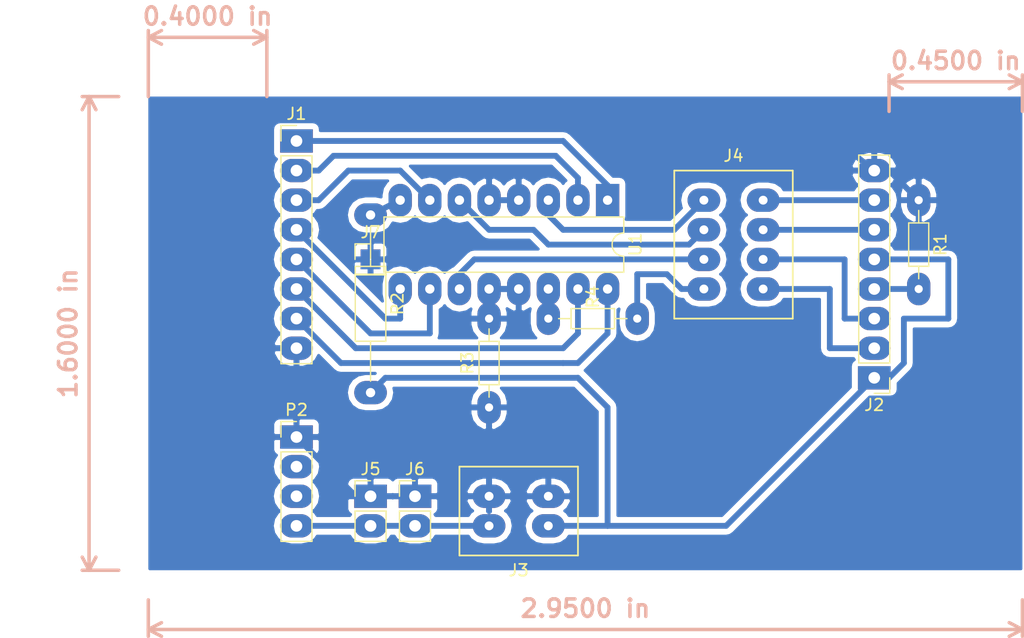
<source format=kicad_pcb>
(kicad_pcb (version 4) (host pcbnew 4.0.6-e0-6349~53~ubuntu14.04.1)

  (general
    (links 43)
    (no_connects 8)
    (area 0 0 0 0)
    (thickness 1.6)
    (drawings 4)
    (tracks 91)
    (zones 0)
    (modules 13)
    (nets 19)
  )

  (page A4)
  (layers
    (0 F.Cu signal)
    (31 B.Cu signal)
    (32 B.Adhes user)
    (33 F.Adhes user)
    (34 B.Paste user)
    (35 F.Paste user)
    (36 B.SilkS user)
    (37 F.SilkS user)
    (38 B.Mask user)
    (39 F.Mask user)
    (40 Dwgs.User user)
    (41 Cmts.User user)
    (42 Eco1.User user)
    (43 Eco2.User user)
    (44 Edge.Cuts user)
    (45 Margin user)
    (46 B.CrtYd user)
    (47 F.CrtYd user)
    (48 B.Fab user)
    (49 F.Fab user)
  )

  (setup
    (last_trace_width 0.5)
    (trace_clearance 0.2)
    (zone_clearance 0.508)
    (zone_45_only yes)
    (trace_min 0.2)
    (segment_width 0.2)
    (edge_width 0.15)
    (via_size 0.6)
    (via_drill 0.4)
    (via_min_size 0.4)
    (via_min_drill 0.3)
    (uvia_size 0.3)
    (uvia_drill 0.1)
    (uvias_allowed no)
    (uvia_min_size 0.2)
    (uvia_min_drill 0.1)
    (pcb_text_width 0.3)
    (pcb_text_size 1.5 1.5)
    (mod_edge_width 0.15)
    (mod_text_size 1 1)
    (mod_text_width 0.15)
    (pad_size 2.8 2)
    (pad_drill 0.7)
    (pad_to_mask_clearance 0.2)
    (aux_axis_origin 0 0)
    (visible_elements FFFFFF7F)
    (pcbplotparams
      (layerselection 0x00030_80000001)
      (usegerberextensions false)
      (excludeedgelayer true)
      (linewidth 0.100000)
      (plotframeref false)
      (viasonmask false)
      (mode 1)
      (useauxorigin false)
      (hpglpennumber 1)
      (hpglpenspeed 20)
      (hpglpendiameter 15)
      (hpglpenoverlay 2)
      (psnegative false)
      (psa4output false)
      (plotreference true)
      (plotvalue true)
      (plotinvisibletext false)
      (padsonsilk false)
      (subtractmaskfromsilk false)
      (outputformat 1)
      (mirror false)
      (drillshape 1)
      (scaleselection 1)
      (outputdirectory ""))
  )

  (net 0 "")
  (net 1 "Net-(P2-Pad2)")
  (net 2 "Net-(P2-Pad3)")
  (net 3 "Net-(J1-Pad1)")
  (net 4 "Net-(J1-Pad2)")
  (net 5 "Net-(J1-Pad3)")
  (net 6 "Net-(J1-Pad4)")
  (net 7 "Net-(J1-Pad5)")
  (net 8 "Net-(J1-Pad6)")
  (net 9 "Net-(J1-Pad7)")
  (net 10 "Net-(J1-Pad8)")
  (net 11 "Net-(J2-Pad1)")
  (net 12 "Net-(J2-Pad7)")
  (net 13 "Net-(J2-Pad2)")
  (net 14 "Net-(J2-Pad6)")
  (net 15 "Net-(J2-Pad3)")
  (net 16 "Net-(J2-Pad4)")
  (net 17 "Net-(R2-Pad1)")
  (net 18 "Net-(R4-Pad1)")

  (net_class Default "Dies ist die voreingestellte Netzklasse."
    (clearance 0.2)
    (trace_width 0.5)
    (via_dia 0.6)
    (via_drill 0.4)
    (uvia_dia 0.3)
    (uvia_drill 0.1)
    (add_net "Net-(J1-Pad1)")
    (add_net "Net-(J1-Pad2)")
    (add_net "Net-(J1-Pad3)")
    (add_net "Net-(J1-Pad4)")
    (add_net "Net-(J1-Pad5)")
    (add_net "Net-(J1-Pad6)")
    (add_net "Net-(J1-Pad7)")
    (add_net "Net-(J1-Pad8)")
    (add_net "Net-(J2-Pad1)")
    (add_net "Net-(J2-Pad2)")
    (add_net "Net-(J2-Pad3)")
    (add_net "Net-(J2-Pad4)")
    (add_net "Net-(J2-Pad6)")
    (add_net "Net-(J2-Pad7)")
    (add_net "Net-(P2-Pad2)")
    (add_net "Net-(P2-Pad3)")
    (add_net "Net-(R2-Pad1)")
    (add_net "Net-(R4-Pad1)")
  )

  (module wago:WAGO-233-2 (layer F.Cu) (tedit 58D25636) (tstamp 58D25904)
    (at 53.34 58.42)
    (path /58D23149)
    (fp_text reference J3 (at 0 3.81) (layer F.SilkS)
      (effects (font (size 1 1) (thickness 0.15)))
    )
    (fp_text value CONN_01X02 (at 0 -6.35) (layer F.Fab)
      (effects (font (size 1 1) (thickness 0.15)))
    )
    (fp_line (start 1.016 -1.016) (end 6.096 -1.016) (layer F.Fab) (width 0.15))
    (fp_line (start 6.096 -1.016) (end 6.096 1.016) (layer F.Fab) (width 0.15))
    (fp_line (start 6.096 1.016) (end 1.016 1.016) (layer F.Fab) (width 0.15))
    (fp_line (start 1.016 -3.556) (end 6.096 -3.556) (layer F.Fab) (width 0.15))
    (fp_line (start 6.096 -3.556) (end 6.096 -1.524) (layer F.Fab) (width 0.15))
    (fp_line (start 6.096 -1.524) (end 1.016 -1.524) (layer F.Fab) (width 0.15))
    (fp_line (start 5.08 -5.08) (end -5.08 -5.08) (layer F.SilkS) (width 0.15))
    (fp_line (start -5.08 -5.08) (end -5.08 2.54) (layer F.SilkS) (width 0.15))
    (fp_line (start -5.08 2.54) (end 5.08 2.54) (layer F.SilkS) (width 0.15))
    (fp_line (start 5.08 2.54) (end 5.08 -5.08) (layer F.SilkS) (width 0.15))
    (pad 1 thru_hole oval (at 2.54 -2.54) (size 2.8 2) (drill 0.762) (layers *.Cu *.Mask)
      (net 10 "Net-(J1-Pad8)"))
    (pad 2 thru_hole oval (at 2.54 0) (size 2.8 2) (drill 0.762) (layers *.Cu *.Mask)
      (net 11 "Net-(J2-Pad1)"))
    (pad 2 thru_hole oval (at -2.54 0) (size 2.8 2) (drill 0.762) (layers *.Cu *.Mask)
      (net 11 "Net-(J2-Pad1)"))
    (pad 1 thru_hole oval (at -2.54 -2.54) (size 2.8 2) (drill 0.762) (layers *.Cu *.Mask)
      (net 10 "Net-(J1-Pad8)"))
  )

  (module wago:WAGO-233-4 (layer F.Cu) (tedit 58D2568B) (tstamp 58D25920)
    (at 71.755 35.56 180)
    (path /58D231D8)
    (fp_text reference J4 (at 0 8.89 180) (layer F.SilkS)
      (effects (font (size 1 1) (thickness 0.15)))
    )
    (fp_text value CONN_01X04 (at 0 -6.35 180) (layer F.Fab)
      (effects (font (size 1 1) (thickness 0.15)))
    )
    (fp_line (start 1.016 4.064) (end 6.096 4.064) (layer F.Fab) (width 0.15))
    (fp_line (start 6.096 4.064) (end 6.096 6.096) (layer F.Fab) (width 0.15))
    (fp_line (start 6.096 6.096) (end 1.016 6.096) (layer F.Fab) (width 0.15))
    (fp_line (start 1.016 1.524) (end 6.096 1.524) (layer F.Fab) (width 0.15))
    (fp_line (start 6.096 1.524) (end 6.096 3.556) (layer F.Fab) (width 0.15))
    (fp_line (start 6.096 3.556) (end 1.016 3.556) (layer F.Fab) (width 0.15))
    (fp_line (start 1.016 -1.016) (end 6.096 -1.016) (layer F.Fab) (width 0.15))
    (fp_line (start 6.096 -1.016) (end 6.096 1.016) (layer F.Fab) (width 0.15))
    (fp_line (start 6.096 1.016) (end 1.016 1.016) (layer F.Fab) (width 0.15))
    (fp_line (start 1.016 -3.556) (end 6.096 -3.556) (layer F.Fab) (width 0.15))
    (fp_line (start 6.096 -3.556) (end 6.096 -1.524) (layer F.Fab) (width 0.15))
    (fp_line (start 6.096 -1.524) (end 1.016 -1.524) (layer F.Fab) (width 0.15))
    (fp_line (start 5.08 -5.08) (end 5.08 7.62) (layer F.SilkS) (width 0.15))
    (fp_line (start 5.08 7.62) (end -5.08 7.62) (layer F.SilkS) (width 0.15))
    (fp_line (start -5.08 7.62) (end -5.08 -5.08) (layer F.SilkS) (width 0.15))
    (fp_line (start -5.08 -5.08) (end 5.08 -5.08) (layer F.SilkS) (width 0.15))
    (pad 1 thru_hole oval (at 2.54 -2.54 180) (size 2.8 2) (drill 0.762) (layers *.Cu *.Mask)
      (net 13 "Net-(J2-Pad2)"))
    (pad 3 thru_hole oval (at 2.54 2.54 180) (size 2.8 2) (drill 0.762) (layers *.Cu *.Mask)
      (net 14 "Net-(J2-Pad6)"))
    (pad 2 thru_hole oval (at 2.54 0 180) (size 2.8 2) (drill 0.762) (layers *.Cu *.Mask)
      (net 15 "Net-(J2-Pad3)"))
    (pad 4 thru_hole oval (at 2.54 5.08 180) (size 2.8 2) (drill 0.762) (layers *.Cu *.Mask)
      (net 12 "Net-(J2-Pad7)"))
    (pad 4 thru_hole oval (at -2.54 5.08 180) (size 2.8 2) (drill 0.762) (layers *.Cu *.Mask)
      (net 12 "Net-(J2-Pad7)"))
    (pad 3 thru_hole oval (at -2.54 2.54 180) (size 2.8 2) (drill 0.762) (layers *.Cu *.Mask)
      (net 14 "Net-(J2-Pad6)"))
    (pad 2 thru_hole oval (at -2.54 0 180) (size 2.8 2) (drill 0.762) (layers *.Cu *.Mask)
      (net 15 "Net-(J2-Pad3)"))
    (pad 1 thru_hole oval (at -2.54 -2.54 180) (size 2.8 2) (drill 0.762) (layers *.Cu *.Mask)
      (net 13 "Net-(J2-Pad2)"))
  )

  (module Pin_Headers:Pin_Header_Straight_1x02_Pitch2.54mm (layer F.Cu) (tedit 58D25C00) (tstamp 58D25935)
    (at 40.64 55.88)
    (descr "Through hole straight pin header, 1x02, 2.54mm pitch, single row")
    (tags "Through hole pin header THT 1x02 2.54mm single row")
    (path /58D2393C)
    (fp_text reference J5 (at 0 -2.33) (layer F.SilkS)
      (effects (font (size 1 1) (thickness 0.15)))
    )
    (fp_text value CONN_01X02 (at 0 4.87) (layer F.Fab)
      (effects (font (size 1 1) (thickness 0.15)))
    )
    (fp_line (start -1.27 -1.27) (end -1.27 3.81) (layer F.Fab) (width 0.1))
    (fp_line (start -1.27 3.81) (end 1.27 3.81) (layer F.Fab) (width 0.1))
    (fp_line (start 1.27 3.81) (end 1.27 -1.27) (layer F.Fab) (width 0.1))
    (fp_line (start 1.27 -1.27) (end -1.27 -1.27) (layer F.Fab) (width 0.1))
    (fp_line (start -1.33 1.27) (end -1.33 3.87) (layer F.SilkS) (width 0.12))
    (fp_line (start -1.33 3.87) (end 1.33 3.87) (layer F.SilkS) (width 0.12))
    (fp_line (start 1.33 3.87) (end 1.33 1.27) (layer F.SilkS) (width 0.12))
    (fp_line (start 1.33 1.27) (end -1.33 1.27) (layer F.SilkS) (width 0.12))
    (fp_line (start -1.33 0) (end -1.33 -1.33) (layer F.SilkS) (width 0.12))
    (fp_line (start -1.33 -1.33) (end 0 -1.33) (layer F.SilkS) (width 0.12))
    (fp_line (start -1.8 -1.8) (end -1.8 4.35) (layer F.CrtYd) (width 0.05))
    (fp_line (start -1.8 4.35) (end 1.8 4.35) (layer F.CrtYd) (width 0.05))
    (fp_line (start 1.8 4.35) (end 1.8 -1.8) (layer F.CrtYd) (width 0.05))
    (fp_line (start 1.8 -1.8) (end -1.8 -1.8) (layer F.CrtYd) (width 0.05))
    (fp_text user %R (at 0 -2.33) (layer F.Fab)
      (effects (font (size 1 1) (thickness 0.15)))
    )
    (pad 1 thru_hole rect (at 0 0) (size 2.8 2) (drill 1) (layers *.Cu *.Mask)
      (net 10 "Net-(J1-Pad8)"))
    (pad 2 thru_hole oval (at 0 2.54) (size 2.8 2) (drill 1) (layers *.Cu *.Mask)
      (net 11 "Net-(J2-Pad1)"))
    (model ${KISYS3DMOD}/Pin_Headers.3dshapes/Pin_Header_Straight_1x02_Pitch2.54mm.wrl
      (at (xyz 0 -0.05 0))
      (scale (xyz 1 1 1))
      (rotate (xyz 0 0 90))
    )
  )

  (module Pin_Headers:Pin_Header_Straight_1x02_Pitch2.54mm (layer F.Cu) (tedit 58D25C0C) (tstamp 58D2594A)
    (at 44.45 55.88)
    (descr "Through hole straight pin header, 1x02, 2.54mm pitch, single row")
    (tags "Through hole pin header THT 1x02 2.54mm single row")
    (path /58D2589C)
    (fp_text reference J6 (at 0 -2.33) (layer F.SilkS)
      (effects (font (size 1 1) (thickness 0.15)))
    )
    (fp_text value CONN_01X02 (at 0 4.87) (layer F.Fab)
      (effects (font (size 1 1) (thickness 0.15)))
    )
    (fp_line (start -1.27 -1.27) (end -1.27 3.81) (layer F.Fab) (width 0.1))
    (fp_line (start -1.27 3.81) (end 1.27 3.81) (layer F.Fab) (width 0.1))
    (fp_line (start 1.27 3.81) (end 1.27 -1.27) (layer F.Fab) (width 0.1))
    (fp_line (start 1.27 -1.27) (end -1.27 -1.27) (layer F.Fab) (width 0.1))
    (fp_line (start -1.33 1.27) (end -1.33 3.87) (layer F.SilkS) (width 0.12))
    (fp_line (start -1.33 3.87) (end 1.33 3.87) (layer F.SilkS) (width 0.12))
    (fp_line (start 1.33 3.87) (end 1.33 1.27) (layer F.SilkS) (width 0.12))
    (fp_line (start 1.33 1.27) (end -1.33 1.27) (layer F.SilkS) (width 0.12))
    (fp_line (start -1.33 0) (end -1.33 -1.33) (layer F.SilkS) (width 0.12))
    (fp_line (start -1.33 -1.33) (end 0 -1.33) (layer F.SilkS) (width 0.12))
    (fp_line (start -1.8 -1.8) (end -1.8 4.35) (layer F.CrtYd) (width 0.05))
    (fp_line (start -1.8 4.35) (end 1.8 4.35) (layer F.CrtYd) (width 0.05))
    (fp_line (start 1.8 4.35) (end 1.8 -1.8) (layer F.CrtYd) (width 0.05))
    (fp_line (start 1.8 -1.8) (end -1.8 -1.8) (layer F.CrtYd) (width 0.05))
    (fp_text user %R (at 0 -2.33) (layer F.Fab)
      (effects (font (size 1 1) (thickness 0.15)))
    )
    (pad 1 thru_hole rect (at 0 0) (size 2.8 2) (drill 1) (layers *.Cu *.Mask)
      (net 10 "Net-(J1-Pad8)"))
    (pad 2 thru_hole oval (at 0 2.54) (size 2.8 2) (drill 1) (layers *.Cu *.Mask)
      (net 11 "Net-(J2-Pad1)"))
    (model ${KISYS3DMOD}/Pin_Headers.3dshapes/Pin_Header_Straight_1x02_Pitch2.54mm.wrl
      (at (xyz 0 -0.05 0))
      (scale (xyz 1 1 1))
      (rotate (xyz 0 0 90))
    )
  )

  (module wago:Pin_Header_Straight_1x04_Pitch2.54mm (layer F.Cu) (tedit 58D25CE0) (tstamp 58D05EED)
    (at 34.29 50.8)
    (descr "Through hole straight pin header, 1x04, 2.54mm pitch, single row")
    (tags "Through hole pin header THT 1x04 2.54mm single row")
    (path /58B5C8CA)
    (fp_text reference P2 (at 0 -2.33) (layer F.SilkS)
      (effects (font (size 1 1) (thickness 0.15)))
    )
    (fp_text value CONN_01X04 (at 0 9.95) (layer F.Fab)
      (effects (font (size 1 1) (thickness 0.15)))
    )
    (fp_line (start -1.27 -1.27) (end -1.27 8.89) (layer F.Fab) (width 0.1))
    (fp_line (start -1.27 8.89) (end 1.27 8.89) (layer F.Fab) (width 0.1))
    (fp_line (start 1.27 8.89) (end 1.27 -1.27) (layer F.Fab) (width 0.1))
    (fp_line (start 1.27 -1.27) (end -1.27 -1.27) (layer F.Fab) (width 0.1))
    (fp_line (start -1.33 1.27) (end -1.33 8.95) (layer F.SilkS) (width 0.12))
    (fp_line (start -1.33 8.95) (end 1.33 8.95) (layer F.SilkS) (width 0.12))
    (fp_line (start 1.33 8.95) (end 1.33 1.27) (layer F.SilkS) (width 0.12))
    (fp_line (start 1.33 1.27) (end -1.33 1.27) (layer F.SilkS) (width 0.12))
    (fp_line (start -1.33 0) (end -1.33 -1.33) (layer F.SilkS) (width 0.12))
    (fp_line (start -1.33 -1.33) (end 0 -1.33) (layer F.SilkS) (width 0.12))
    (fp_line (start -1.8 -1.8) (end -1.8 9.4) (layer F.CrtYd) (width 0.05))
    (fp_line (start -1.8 9.4) (end 1.8 9.4) (layer F.CrtYd) (width 0.05))
    (fp_line (start 1.8 9.4) (end 1.8 -1.8) (layer F.CrtYd) (width 0.05))
    (fp_line (start 1.8 -1.8) (end -1.8 -1.8) (layer F.CrtYd) (width 0.05))
    (fp_text user %R (at 0 -2.33) (layer F.Fab)
      (effects (font (size 1 1) (thickness 0.15)))
    )
    (pad 1 thru_hole rect (at 0 0) (size 2.8 2) (drill 1) (layers *.Cu *.Mask)
      (net 10 "Net-(J1-Pad8)"))
    (pad 2 thru_hole oval (at 0 2.54) (size 2.8 2) (drill 1) (layers *.Cu *.Mask)
      (net 1 "Net-(P2-Pad2)"))
    (pad 3 thru_hole oval (at 0 5.08) (size 2.8 2) (drill 1) (layers *.Cu *.Mask)
      (net 2 "Net-(P2-Pad3)"))
    (pad 4 thru_hole oval (at 0 7.62) (size 2.8 2) (drill 1) (layers *.Cu *.Mask)
      (net 11 "Net-(J2-Pad1)"))
    (model ${KISYS3DMOD}/Pin_Headers.3dshapes/Pin_Header_Straight_1x04_Pitch2.54mm.wrl
      (at (xyz 0 -0.15 0))
      (scale (xyz 1 1 1))
      (rotate (xyz 0 0 90))
    )
  )

  (module motorsteuerung:Pin_Header_Straight_1x08_Pitch2.54mm (layer F.Cu) (tedit 58D25E24) (tstamp 58D05ED6)
    (at 34.29 25.4)
    (descr "Through hole straight pin header, 1x08, 2.54mm pitch, single row")
    (tags "Through hole pin header THT 1x08 2.54mm single row")
    (path /58D05E36)
    (fp_text reference J1 (at 0 -2.33) (layer F.SilkS)
      (effects (font (size 1 1) (thickness 0.15)))
    )
    (fp_text value CONN_01X08 (at 0 20.11) (layer F.Fab)
      (effects (font (size 1 1) (thickness 0.15)))
    )
    (fp_line (start -1.27 -1.27) (end -1.27 19.05) (layer F.Fab) (width 0.1))
    (fp_line (start -1.27 19.05) (end 1.27 19.05) (layer F.Fab) (width 0.1))
    (fp_line (start 1.27 19.05) (end 1.27 -1.27) (layer F.Fab) (width 0.1))
    (fp_line (start 1.27 -1.27) (end -1.27 -1.27) (layer F.Fab) (width 0.1))
    (fp_line (start -1.33 1.27) (end -1.33 19.11) (layer F.SilkS) (width 0.12))
    (fp_line (start -1.33 19.11) (end 1.33 19.11) (layer F.SilkS) (width 0.12))
    (fp_line (start 1.33 19.11) (end 1.33 1.27) (layer F.SilkS) (width 0.12))
    (fp_line (start 1.33 1.27) (end -1.33 1.27) (layer F.SilkS) (width 0.12))
    (fp_line (start -1.33 0) (end -1.33 -1.33) (layer F.SilkS) (width 0.12))
    (fp_line (start -1.33 -1.33) (end 0 -1.33) (layer F.SilkS) (width 0.12))
    (fp_line (start -1.8 -1.8) (end -1.8 19.55) (layer F.CrtYd) (width 0.05))
    (fp_line (start -1.8 19.55) (end 1.8 19.55) (layer F.CrtYd) (width 0.05))
    (fp_line (start 1.8 19.55) (end 1.8 -1.8) (layer F.CrtYd) (width 0.05))
    (fp_line (start 1.8 -1.8) (end -1.8 -1.8) (layer F.CrtYd) (width 0.05))
    (fp_text user %R (at 0 -2.33) (layer F.Fab)
      (effects (font (size 1 1) (thickness 0.15)))
    )
    (pad 1 thru_hole rect (at 0 0) (size 2.8 2) (drill 1) (layers *.Cu *.Mask)
      (net 3 "Net-(J1-Pad1)"))
    (pad 2 thru_hole oval (at 0 2.54) (size 2.8 2) (drill 1) (layers *.Cu *.Mask)
      (net 4 "Net-(J1-Pad2)"))
    (pad 3 thru_hole oval (at 0 5.08) (size 2.8 2) (drill 1) (layers *.Cu *.Mask)
      (net 5 "Net-(J1-Pad3)"))
    (pad 4 thru_hole oval (at 0 7.62) (size 2.8 2) (drill 1) (layers *.Cu *.Mask)
      (net 6 "Net-(J1-Pad4)"))
    (pad 5 thru_hole oval (at 0 10.16) (size 2.8 2) (drill 1) (layers *.Cu *.Mask)
      (net 7 "Net-(J1-Pad5)"))
    (pad 6 thru_hole oval (at 0 12.7) (size 2.8 2) (drill 1) (layers *.Cu *.Mask)
      (net 8 "Net-(J1-Pad6)"))
    (pad 7 thru_hole oval (at 0 15.24) (size 2.8 2) (drill 1) (layers *.Cu *.Mask)
      (net 9 "Net-(J1-Pad7)"))
    (pad 8 thru_hole oval (at 0 17.78) (size 2.8 2) (drill 1) (layers *.Cu *.Mask)
      (net 10 "Net-(J1-Pad8)"))
    (model ${KISYS3DMOD}/Pin_Headers.3dshapes/Pin_Header_Straight_1x08_Pitch2.54mm.wrl
      (at (xyz 0 -0.35 0))
      (scale (xyz 1 1 1))
      (rotate (xyz 0 0 90))
    )
  )

  (module motorsteuerung:Pin_Header_Straight_1x08_Pitch2.54mm (layer F.Cu) (tedit 58D25E24) (tstamp 58D25A5E)
    (at 83.82 45.72 180)
    (descr "Through hole straight pin header, 1x08, 2.54mm pitch, single row")
    (tags "Through hole pin header THT 1x08 2.54mm single row")
    (path /58D05696)
    (fp_text reference J2 (at 0 -2.33 180) (layer F.SilkS)
      (effects (font (size 1 1) (thickness 0.15)))
    )
    (fp_text value CONN_01X08 (at 0 20.11 180) (layer F.Fab)
      (effects (font (size 1 1) (thickness 0.15)))
    )
    (fp_line (start -1.27 -1.27) (end -1.27 19.05) (layer F.Fab) (width 0.1))
    (fp_line (start -1.27 19.05) (end 1.27 19.05) (layer F.Fab) (width 0.1))
    (fp_line (start 1.27 19.05) (end 1.27 -1.27) (layer F.Fab) (width 0.1))
    (fp_line (start 1.27 -1.27) (end -1.27 -1.27) (layer F.Fab) (width 0.1))
    (fp_line (start -1.33 1.27) (end -1.33 19.11) (layer F.SilkS) (width 0.12))
    (fp_line (start -1.33 19.11) (end 1.33 19.11) (layer F.SilkS) (width 0.12))
    (fp_line (start 1.33 19.11) (end 1.33 1.27) (layer F.SilkS) (width 0.12))
    (fp_line (start 1.33 1.27) (end -1.33 1.27) (layer F.SilkS) (width 0.12))
    (fp_line (start -1.33 0) (end -1.33 -1.33) (layer F.SilkS) (width 0.12))
    (fp_line (start -1.33 -1.33) (end 0 -1.33) (layer F.SilkS) (width 0.12))
    (fp_line (start -1.8 -1.8) (end -1.8 19.55) (layer F.CrtYd) (width 0.05))
    (fp_line (start -1.8 19.55) (end 1.8 19.55) (layer F.CrtYd) (width 0.05))
    (fp_line (start 1.8 19.55) (end 1.8 -1.8) (layer F.CrtYd) (width 0.05))
    (fp_line (start 1.8 -1.8) (end -1.8 -1.8) (layer F.CrtYd) (width 0.05))
    (fp_text user %R (at 0 -2.33 180) (layer F.Fab)
      (effects (font (size 1 1) (thickness 0.15)))
    )
    (pad 1 thru_hole rect (at 0 0 180) (size 2.8 2) (drill 1) (layers *.Cu *.Mask)
      (net 11 "Net-(J2-Pad1)"))
    (pad 2 thru_hole oval (at 0 2.54 180) (size 2.8 2) (drill 1) (layers *.Cu *.Mask)
      (net 13 "Net-(J2-Pad2)"))
    (pad 3 thru_hole oval (at 0 5.08 180) (size 2.8 2) (drill 1) (layers *.Cu *.Mask)
      (net 15 "Net-(J2-Pad3)"))
    (pad 4 thru_hole oval (at 0 7.62 180) (size 2.8 2) (drill 1) (layers *.Cu *.Mask)
      (net 16 "Net-(J2-Pad4)"))
    (pad 5 thru_hole oval (at 0 10.16 180) (size 2.8 2) (drill 1) (layers *.Cu *.Mask)
      (net 11 "Net-(J2-Pad1)"))
    (pad 6 thru_hole oval (at 0 12.7 180) (size 2.8 2) (drill 1) (layers *.Cu *.Mask)
      (net 14 "Net-(J2-Pad6)"))
    (pad 7 thru_hole oval (at 0 15.24 180) (size 2.8 2) (drill 1) (layers *.Cu *.Mask)
      (net 12 "Net-(J2-Pad7)"))
    (pad 8 thru_hole oval (at 0 17.78 180) (size 2.8 2) (drill 1) (layers *.Cu *.Mask)
      (net 10 "Net-(J1-Pad8)"))
    (model ${KISYS3DMOD}/Pin_Headers.3dshapes/Pin_Header_Straight_1x08_Pitch2.54mm.wrl
      (at (xyz 0 -0.35 0))
      (scale (xyz 1 1 1))
      (rotate (xyz 0 0 90))
    )
  )

  (module motorsteuerung:DIP-16_W7.62mm_LongPads (layer F.Cu) (tedit 58D25EAE) (tstamp 58D05F10)
    (at 60.96 30.48 270)
    (descr "16-lead dip package, row spacing 7.62 mm (300 mils), LongPads")
    (tags "DIL DIP PDIP 2.54mm 7.62mm 300mil LongPads")
    (path /58B5B771)
    (fp_text reference U1 (at 3.81 -2.39 270) (layer F.SilkS)
      (effects (font (size 1 1) (thickness 0.15)))
    )
    (fp_text value L293D (at 3.81 20.17 270) (layer F.Fab)
      (effects (font (size 1 1) (thickness 0.15)))
    )
    (fp_arc (start 3.81 -1.39) (end 2.81 -1.39) (angle -180) (layer F.SilkS) (width 0.12))
    (fp_line (start 1.635 -1.27) (end 6.985 -1.27) (layer F.Fab) (width 0.1))
    (fp_line (start 6.985 -1.27) (end 6.985 19.05) (layer F.Fab) (width 0.1))
    (fp_line (start 6.985 19.05) (end 0.635 19.05) (layer F.Fab) (width 0.1))
    (fp_line (start 0.635 19.05) (end 0.635 -0.27) (layer F.Fab) (width 0.1))
    (fp_line (start 0.635 -0.27) (end 1.635 -1.27) (layer F.Fab) (width 0.1))
    (fp_line (start 2.81 -1.39) (end 1.44 -1.39) (layer F.SilkS) (width 0.12))
    (fp_line (start 1.44 -1.39) (end 1.44 19.17) (layer F.SilkS) (width 0.12))
    (fp_line (start 1.44 19.17) (end 6.18 19.17) (layer F.SilkS) (width 0.12))
    (fp_line (start 6.18 19.17) (end 6.18 -1.39) (layer F.SilkS) (width 0.12))
    (fp_line (start 6.18 -1.39) (end 4.81 -1.39) (layer F.SilkS) (width 0.12))
    (fp_line (start -1.5 -1.6) (end -1.5 19.3) (layer F.CrtYd) (width 0.05))
    (fp_line (start -1.5 19.3) (end 9.1 19.3) (layer F.CrtYd) (width 0.05))
    (fp_line (start 9.1 19.3) (end 9.1 -1.6) (layer F.CrtYd) (width 0.05))
    (fp_line (start 9.1 -1.6) (end -1.5 -1.6) (layer F.CrtYd) (width 0.05))
    (pad 1 thru_hole rect (at 0 0 270) (size 2.8 2) (drill 0.8) (layers *.Cu *.Mask)
      (net 3 "Net-(J1-Pad1)"))
    (pad 9 thru_hole oval (at 7.62 17.78 270) (size 2.8 2) (drill 0.8) (layers *.Cu *.Mask)
      (net 6 "Net-(J1-Pad4)"))
    (pad 2 thru_hole oval (at 0 2.54 270) (size 2.8 2) (drill 0.8) (layers *.Cu *.Mask)
      (net 4 "Net-(J1-Pad2)"))
    (pad 10 thru_hole oval (at 7.62 15.24 270) (size 2.8 2) (drill 0.8) (layers *.Cu *.Mask)
      (net 7 "Net-(J1-Pad5)"))
    (pad 3 thru_hole oval (at 0 5.08 270) (size 2.8 2) (drill 0.8) (layers *.Cu *.Mask)
      (net 12 "Net-(J2-Pad7)"))
    (pad 11 thru_hole oval (at 7.62 12.7 270) (size 2.8 2) (drill 0.8) (layers *.Cu *.Mask)
      (net 15 "Net-(J2-Pad3)"))
    (pad 4 thru_hole oval (at 0 7.62 270) (size 2.8 2) (drill 0.8) (layers *.Cu *.Mask)
      (net 10 "Net-(J1-Pad8)"))
    (pad 12 thru_hole oval (at 7.62 10.16 270) (size 2.8 2) (drill 0.8) (layers *.Cu *.Mask)
      (net 10 "Net-(J1-Pad8)"))
    (pad 5 thru_hole oval (at 0 10.16 270) (size 2.8 2) (drill 0.8) (layers *.Cu *.Mask)
      (net 10 "Net-(J1-Pad8)"))
    (pad 13 thru_hole oval (at 7.62 7.62 270) (size 2.8 2) (drill 0.8) (layers *.Cu *.Mask)
      (net 10 "Net-(J1-Pad8)"))
    (pad 6 thru_hole oval (at 0 12.7 270) (size 2.8 2) (drill 0.8) (layers *.Cu *.Mask)
      (net 14 "Net-(J2-Pad6)"))
    (pad 14 thru_hole oval (at 7.62 5.08 270) (size 2.8 2) (drill 0.8) (layers *.Cu *.Mask)
      (net 18 "Net-(R4-Pad1)"))
    (pad 7 thru_hole oval (at 0 15.24 270) (size 2.8 2) (drill 0.8) (layers *.Cu *.Mask)
      (net 5 "Net-(J1-Pad3)"))
    (pad 15 thru_hole oval (at 7.62 2.54 270) (size 2.8 2) (drill 0.8) (layers *.Cu *.Mask)
      (net 8 "Net-(J1-Pad6)"))
    (pad 8 thru_hole oval (at 0 17.78 270) (size 2.8 2) (drill 0.8) (layers *.Cu *.Mask)
      (net 17 "Net-(R2-Pad1)"))
    (pad 16 thru_hole oval (at 7.62 0 270) (size 2.8 2) (drill 0.8) (layers *.Cu *.Mask)
      (net 9 "Net-(J1-Pad7)"))
    (model Housings_DIP.3dshapes/DIP-16_W7.62mm_LongPads.wrl
      (at (xyz 0 0 0))
      (scale (xyz 1 1 1))
      (rotate (xyz 0 0 0))
    )
  )

  (module Resistors_THT:R_Axial_DIN0204_L3.6mm_D1.6mm_P7.62mm_Horizontal (layer F.Cu) (tedit 58D284F3) (tstamp 58D284D3)
    (at 87.63 30.48 270)
    (descr "Resistor, Axial_DIN0204 series, Axial, Horizontal, pin pitch=7.62mm, 0.16666666666666666W = 1/6W, length*diameter=3.6*1.6mm^2, http://cdn-reichelt.de/documents/datenblatt/B400/1_4W%23YAG.pdf")
    (tags "Resistor Axial_DIN0204 series Axial Horizontal pin pitch 7.62mm 0.16666666666666666W = 1/6W length 3.6mm diameter 1.6mm")
    (path /58D28440)
    (fp_text reference R1 (at 3.81 -1.86 270) (layer F.SilkS)
      (effects (font (size 1 1) (thickness 0.15)))
    )
    (fp_text value 0 (at 3.81 1.86 270) (layer F.Fab)
      (effects (font (size 1 1) (thickness 0.15)))
    )
    (fp_line (start 2.01 -0.8) (end 2.01 0.8) (layer F.Fab) (width 0.1))
    (fp_line (start 2.01 0.8) (end 5.61 0.8) (layer F.Fab) (width 0.1))
    (fp_line (start 5.61 0.8) (end 5.61 -0.8) (layer F.Fab) (width 0.1))
    (fp_line (start 5.61 -0.8) (end 2.01 -0.8) (layer F.Fab) (width 0.1))
    (fp_line (start 0 0) (end 2.01 0) (layer F.Fab) (width 0.1))
    (fp_line (start 7.62 0) (end 5.61 0) (layer F.Fab) (width 0.1))
    (fp_line (start 1.95 -0.86) (end 1.95 0.86) (layer F.SilkS) (width 0.12))
    (fp_line (start 1.95 0.86) (end 5.67 0.86) (layer F.SilkS) (width 0.12))
    (fp_line (start 5.67 0.86) (end 5.67 -0.86) (layer F.SilkS) (width 0.12))
    (fp_line (start 5.67 -0.86) (end 1.95 -0.86) (layer F.SilkS) (width 0.12))
    (fp_line (start 0.88 0) (end 1.95 0) (layer F.SilkS) (width 0.12))
    (fp_line (start 6.74 0) (end 5.67 0) (layer F.SilkS) (width 0.12))
    (fp_line (start -0.95 -1.15) (end -0.95 1.15) (layer F.CrtYd) (width 0.05))
    (fp_line (start -0.95 1.15) (end 8.6 1.15) (layer F.CrtYd) (width 0.05))
    (fp_line (start 8.6 1.15) (end 8.6 -1.15) (layer F.CrtYd) (width 0.05))
    (fp_line (start 8.6 -1.15) (end -0.95 -1.15) (layer F.CrtYd) (width 0.05))
    (pad 1 thru_hole oval (at 0 0 270) (size 2.8 2) (drill 0.7) (layers *.Cu *.Mask)
      (net 10 "Net-(J1-Pad8)"))
    (pad 2 thru_hole oval (at 7.62 0 270) (size 2.8 2) (drill 0.7) (layers *.Cu *.Mask)
      (net 16 "Net-(J2-Pad4)"))
    (model Resistors_THT.3dshapes/R_Axial_DIN0204_L3.6mm_D1.6mm_P7.62mm_Horizontal.wrl
      (at (xyz 0 0 0))
      (scale (xyz 0.393701 0.393701 0.393701))
      (rotate (xyz 0 0 0))
    )
  )

  (module Resistors_THT:R_Axial_DIN0204_L3.6mm_D1.6mm_P7.62mm_Horizontal (layer F.Cu) (tedit 58D3AE76) (tstamp 58D3AE68)
    (at 55.88 40.64)
    (descr "Resistor, Axial_DIN0204 series, Axial, Horizontal, pin pitch=7.62mm, 0.16666666666666666W = 1/6W, length*diameter=3.6*1.6mm^2, http://cdn-reichelt.de/documents/datenblatt/B400/1_4W%23YAG.pdf")
    (tags "Resistor Axial_DIN0204 series Axial Horizontal pin pitch 7.62mm 0.16666666666666666W = 1/6W length 3.6mm diameter 1.6mm")
    (path /58D3B19F)
    (fp_text reference R4 (at 3.81 -1.86 90) (layer F.SilkS)
      (effects (font (size 1 1) (thickness 0.15)))
    )
    (fp_text value 0 (at 3.81 1.86) (layer F.Fab)
      (effects (font (size 1 1) (thickness 0.15)))
    )
    (fp_line (start 2.01 -0.8) (end 2.01 0.8) (layer F.Fab) (width 0.1))
    (fp_line (start 2.01 0.8) (end 5.61 0.8) (layer F.Fab) (width 0.1))
    (fp_line (start 5.61 0.8) (end 5.61 -0.8) (layer F.Fab) (width 0.1))
    (fp_line (start 5.61 -0.8) (end 2.01 -0.8) (layer F.Fab) (width 0.1))
    (fp_line (start 0 0) (end 2.01 0) (layer F.Fab) (width 0.1))
    (fp_line (start 7.62 0) (end 5.61 0) (layer F.Fab) (width 0.1))
    (fp_line (start 1.95 -0.86) (end 1.95 0.86) (layer F.SilkS) (width 0.12))
    (fp_line (start 1.95 0.86) (end 5.67 0.86) (layer F.SilkS) (width 0.12))
    (fp_line (start 5.67 0.86) (end 5.67 -0.86) (layer F.SilkS) (width 0.12))
    (fp_line (start 5.67 -0.86) (end 1.95 -0.86) (layer F.SilkS) (width 0.12))
    (fp_line (start 0.88 0) (end 1.95 0) (layer F.SilkS) (width 0.12))
    (fp_line (start 6.74 0) (end 5.67 0) (layer F.SilkS) (width 0.12))
    (fp_line (start -0.95 -1.15) (end -0.95 1.15) (layer F.CrtYd) (width 0.05))
    (fp_line (start -0.95 1.15) (end 8.6 1.15) (layer F.CrtYd) (width 0.05))
    (fp_line (start 8.6 1.15) (end 8.6 -1.15) (layer F.CrtYd) (width 0.05))
    (fp_line (start 8.6 -1.15) (end -0.95 -1.15) (layer F.CrtYd) (width 0.05))
    (pad 1 thru_hole oval (at 0 0) (size 2 2.8) (drill 0.7) (layers *.Cu *.Mask)
      (net 18 "Net-(R4-Pad1)"))
    (pad 2 thru_hole oval (at 7.62 0) (size 2 2.8) (drill 0.7) (layers *.Cu *.Mask)
      (net 13 "Net-(J2-Pad2)"))
    (model Resistors_THT.3dshapes/R_Axial_DIN0204_L3.6mm_D1.6mm_P7.62mm_Horizontal.wrl
      (at (xyz 0 0 0))
      (scale (xyz 0.393701 0.393701 0.393701))
      (rotate (xyz 0 0 0))
    )
  )

  (module Resistors_THT:R_Axial_DIN0207_L6.3mm_D2.5mm_P15.24mm_Horizontal (layer F.Cu) (tedit 58D3B3A9) (tstamp 58D3B290)
    (at 40.64 31.75 270)
    (descr "Resistor, Axial_DIN0207 series, Axial, Horizontal, pin pitch=15.24mm, 0.25W = 1/4W, length*diameter=6.3*2.5mm^2, http://cdn-reichelt.de/documents/datenblatt/B400/1_4W%23YAG.pdf")
    (tags "Resistor Axial_DIN0207 series Axial Horizontal pin pitch 15.24mm 0.25W = 1/4W length 6.3mm diameter 2.5mm")
    (path /58D3AD14)
    (fp_text reference R2 (at 7.62 -2.31 270) (layer F.SilkS)
      (effects (font (size 1 1) (thickness 0.15)))
    )
    (fp_text value 0 (at 7.62 2.31 270) (layer F.Fab)
      (effects (font (size 1 1) (thickness 0.15)))
    )
    (fp_line (start 4.47 -1.25) (end 4.47 1.25) (layer F.Fab) (width 0.1))
    (fp_line (start 4.47 1.25) (end 10.77 1.25) (layer F.Fab) (width 0.1))
    (fp_line (start 10.77 1.25) (end 10.77 -1.25) (layer F.Fab) (width 0.1))
    (fp_line (start 10.77 -1.25) (end 4.47 -1.25) (layer F.Fab) (width 0.1))
    (fp_line (start 0 0) (end 4.47 0) (layer F.Fab) (width 0.1))
    (fp_line (start 15.24 0) (end 10.77 0) (layer F.Fab) (width 0.1))
    (fp_line (start 4.41 -1.31) (end 4.41 1.31) (layer F.SilkS) (width 0.12))
    (fp_line (start 4.41 1.31) (end 10.83 1.31) (layer F.SilkS) (width 0.12))
    (fp_line (start 10.83 1.31) (end 10.83 -1.31) (layer F.SilkS) (width 0.12))
    (fp_line (start 10.83 -1.31) (end 4.41 -1.31) (layer F.SilkS) (width 0.12))
    (fp_line (start 0.98 0) (end 4.41 0) (layer F.SilkS) (width 0.12))
    (fp_line (start 14.26 0) (end 10.83 0) (layer F.SilkS) (width 0.12))
    (fp_line (start -1.05 -1.6) (end -1.05 1.6) (layer F.CrtYd) (width 0.05))
    (fp_line (start -1.05 1.6) (end 16.3 1.6) (layer F.CrtYd) (width 0.05))
    (fp_line (start 16.3 1.6) (end 16.3 -1.6) (layer F.CrtYd) (width 0.05))
    (fp_line (start 16.3 -1.6) (end -1.05 -1.6) (layer F.CrtYd) (width 0.05))
    (pad 1 thru_hole oval (at 0 0 270) (size 2 2.8) (drill 0.8) (layers *.Cu *.Mask)
      (net 17 "Net-(R2-Pad1)"))
    (pad 2 thru_hole oval (at 15.24 0 270) (size 2 2.8) (drill 0.8) (layers *.Cu *.Mask)
      (net 11 "Net-(J2-Pad1)"))
    (model Resistors_THT.3dshapes/R_Axial_DIN0207_L6.3mm_D2.5mm_P15.24mm_Horizontal.wrl
      (at (xyz 0 0 0))
      (scale (xyz 0.393701 0.393701 0.393701))
      (rotate (xyz 0 0 0))
    )
  )

  (module Resistors_THT:R_Axial_DIN0204_L3.6mm_D1.6mm_P7.62mm_Horizontal (layer F.Cu) (tedit 58D3B8F7) (tstamp 58D3B2A6)
    (at 50.8 48.26 90)
    (descr "Resistor, Axial_DIN0204 series, Axial, Horizontal, pin pitch=7.62mm, 0.16666666666666666W = 1/6W, length*diameter=3.6*1.6mm^2, http://cdn-reichelt.de/documents/datenblatt/B400/1_4W%23YAG.pdf")
    (tags "Resistor Axial_DIN0204 series Axial Horizontal pin pitch 7.62mm 0.16666666666666666W = 1/6W length 3.6mm diameter 1.6mm")
    (path /58D3ACA3)
    (fp_text reference R3 (at 3.81 -1.86 90) (layer F.SilkS)
      (effects (font (size 1 1) (thickness 0.15)))
    )
    (fp_text value 0 (at 3.81 1.86 90) (layer F.Fab)
      (effects (font (size 1 1) (thickness 0.15)))
    )
    (fp_line (start 2.01 -0.8) (end 2.01 0.8) (layer F.Fab) (width 0.1))
    (fp_line (start 2.01 0.8) (end 5.61 0.8) (layer F.Fab) (width 0.1))
    (fp_line (start 5.61 0.8) (end 5.61 -0.8) (layer F.Fab) (width 0.1))
    (fp_line (start 5.61 -0.8) (end 2.01 -0.8) (layer F.Fab) (width 0.1))
    (fp_line (start 0 0) (end 2.01 0) (layer F.Fab) (width 0.1))
    (fp_line (start 7.62 0) (end 5.61 0) (layer F.Fab) (width 0.1))
    (fp_line (start 1.95 -0.86) (end 1.95 0.86) (layer F.SilkS) (width 0.12))
    (fp_line (start 1.95 0.86) (end 5.67 0.86) (layer F.SilkS) (width 0.12))
    (fp_line (start 5.67 0.86) (end 5.67 -0.86) (layer F.SilkS) (width 0.12))
    (fp_line (start 5.67 -0.86) (end 1.95 -0.86) (layer F.SilkS) (width 0.12))
    (fp_line (start 0.88 0) (end 1.95 0) (layer F.SilkS) (width 0.12))
    (fp_line (start 6.74 0) (end 5.67 0) (layer F.SilkS) (width 0.12))
    (fp_line (start -0.95 -1.15) (end -0.95 1.15) (layer F.CrtYd) (width 0.05))
    (fp_line (start -0.95 1.15) (end 8.6 1.15) (layer F.CrtYd) (width 0.05))
    (fp_line (start 8.6 1.15) (end 8.6 -1.15) (layer F.CrtYd) (width 0.05))
    (fp_line (start 8.6 -1.15) (end -0.95 -1.15) (layer F.CrtYd) (width 0.05))
    (pad 1 thru_hole oval (at 0 0 90) (size 2.8 2) (drill 0.7) (layers *.Cu *.Mask)
      (net 10 "Net-(J1-Pad8)"))
    (pad 2 thru_hole oval (at 7.62 0 90) (size 2.8 2) (drill 0.7) (layers *.Cu *.Mask)
      (net 10 "Net-(J1-Pad8)"))
    (model Resistors_THT.3dshapes/R_Axial_DIN0204_L3.6mm_D1.6mm_P7.62mm_Horizontal.wrl
      (at (xyz 0 0 0))
      (scale (xyz 0.393701 0.393701 0.393701))
      (rotate (xyz 0 0 0))
    )
  )

  (module Pin_Headers:Pin_Header_Straight_1x01_Pitch2.54mm (layer F.Cu) (tedit 58D3B84C) (tstamp 58D3B84C)
    (at 40.64 35.56)
    (descr "Through hole straight pin header, 1x01, 2.54mm pitch, single row")
    (tags "Through hole pin header THT 1x01 2.54mm single row")
    (path /58D3BFF7)
    (fp_text reference J7 (at 0 -2.33) (layer F.SilkS)
      (effects (font (size 1 1) (thickness 0.15)))
    )
    (fp_text value CONN_01X01 (at 0 2.33) (layer F.Fab)
      (effects (font (size 1 1) (thickness 0.15)))
    )
    (fp_line (start -1.27 -1.27) (end -1.27 1.27) (layer F.Fab) (width 0.1))
    (fp_line (start -1.27 1.27) (end 1.27 1.27) (layer F.Fab) (width 0.1))
    (fp_line (start 1.27 1.27) (end 1.27 -1.27) (layer F.Fab) (width 0.1))
    (fp_line (start 1.27 -1.27) (end -1.27 -1.27) (layer F.Fab) (width 0.1))
    (fp_line (start -1.33 1.27) (end -1.33 1.33) (layer F.SilkS) (width 0.12))
    (fp_line (start -1.33 1.33) (end 1.33 1.33) (layer F.SilkS) (width 0.12))
    (fp_line (start 1.33 1.33) (end 1.33 1.27) (layer F.SilkS) (width 0.12))
    (fp_line (start 1.33 1.27) (end -1.33 1.27) (layer F.SilkS) (width 0.12))
    (fp_line (start -1.33 0) (end -1.33 -1.33) (layer F.SilkS) (width 0.12))
    (fp_line (start -1.33 -1.33) (end 0 -1.33) (layer F.SilkS) (width 0.12))
    (fp_line (start -1.8 -1.8) (end -1.8 1.8) (layer F.CrtYd) (width 0.05))
    (fp_line (start -1.8 1.8) (end 1.8 1.8) (layer F.CrtYd) (width 0.05))
    (fp_line (start 1.8 1.8) (end 1.8 -1.8) (layer F.CrtYd) (width 0.05))
    (fp_line (start 1.8 -1.8) (end -1.8 -1.8) (layer F.CrtYd) (width 0.05))
    (fp_text user %R (at 0 -2.33) (layer F.Fab)
      (effects (font (size 1 1) (thickness 0.15)))
    )
    (pad 1 thru_hole rect (at 0 0) (size 1.7 1.7) (drill 0.1) (layers *.Cu *.Mask)
      (net 10 "Net-(J1-Pad8)"))
    (model ${KISYS3DMOD}/Pin_Headers.3dshapes/Pin_Header_Straight_1x01_Pitch2.54mm.wrl
      (at (xyz 0 0 0))
      (scale (xyz 1 1 1))
      (rotate (xyz 0 0 90))
    )
  )

  (dimension 74.93 (width 0.3) (layer B.SilkS)
    (gr_text "74,930 mm" (at 59.055 68.659999) (layer B.SilkS)
      (effects (font (size 1.5 1.5) (thickness 0.3)))
    )
    (feature1 (pts (xy 96.52 64.77) (xy 96.52 70.009999)))
    (feature2 (pts (xy 21.59 64.77) (xy 21.59 70.009999)))
    (crossbar (pts (xy 21.59 67.309999) (xy 96.52 67.309999)))
    (arrow1a (pts (xy 96.52 67.309999) (xy 95.393496 67.89642)))
    (arrow1b (pts (xy 96.52 67.309999) (xy 95.393496 66.723578)))
    (arrow2a (pts (xy 21.59 67.309999) (xy 22.716504 67.89642)))
    (arrow2b (pts (xy 21.59 67.309999) (xy 22.716504 66.723578)))
  )
  (dimension 40.64 (width 0.3) (layer B.SilkS)
    (gr_text "40,640 mm" (at 15.16 41.91 270) (layer B.SilkS)
      (effects (font (size 1.5 1.5) (thickness 0.3)))
    )
    (feature1 (pts (xy 19.05 62.23) (xy 13.81 62.23)))
    (feature2 (pts (xy 19.05 21.59) (xy 13.81 21.59)))
    (crossbar (pts (xy 16.51 21.59) (xy 16.51 62.23)))
    (arrow1a (pts (xy 16.51 62.23) (xy 15.923579 61.103496)))
    (arrow1b (pts (xy 16.51 62.23) (xy 17.096421 61.103496)))
    (arrow2a (pts (xy 16.51 21.59) (xy 15.923579 22.716504)))
    (arrow2b (pts (xy 16.51 21.59) (xy 17.096421 22.716504)))
  )
  (dimension 11.43 (width 0.3) (layer B.SilkS)
    (gr_text "11,430 mm" (at 90.805 18.97) (layer B.SilkS)
      (effects (font (size 1.5 1.5) (thickness 0.3)))
    )
    (feature1 (pts (xy 96.52 22.86) (xy 96.52 17.62)))
    (feature2 (pts (xy 85.09 22.86) (xy 85.09 17.62)))
    (crossbar (pts (xy 85.09 20.32) (xy 96.52 20.32)))
    (arrow1a (pts (xy 96.52 20.32) (xy 95.393496 20.906421)))
    (arrow1b (pts (xy 96.52 20.32) (xy 95.393496 19.733579)))
    (arrow2a (pts (xy 85.09 20.32) (xy 86.216504 20.906421)))
    (arrow2b (pts (xy 85.09 20.32) (xy 86.216504 19.733579)))
  )
  (dimension 10.16 (width 0.3) (layer B.SilkS)
    (gr_text "10,160 mm" (at 26.67 15.16) (layer B.SilkS)
      (effects (font (size 1.5 1.5) (thickness 0.3)))
    )
    (feature1 (pts (xy 21.59 21.59) (xy 21.59 13.81)))
    (feature2 (pts (xy 31.75 21.59) (xy 31.75 13.81)))
    (crossbar (pts (xy 31.75 16.51) (xy 21.59 16.51)))
    (arrow1a (pts (xy 21.59 16.51) (xy 22.716504 15.923579)))
    (arrow1b (pts (xy 21.59 16.51) (xy 22.716504 17.096421)))
    (arrow2a (pts (xy 31.75 16.51) (xy 30.623496 15.923579)))
    (arrow2b (pts (xy 31.75 16.51) (xy 30.623496 17.096421)))
  )

  (segment (start 60.96 30.48) (end 60.96 29.21) (width 0.5) (layer B.Cu) (net 3))
  (segment (start 60.96 29.21) (end 57.15 25.4) (width 0.5) (layer B.Cu) (net 3) (tstamp 58D3B8B0))
  (segment (start 57.15 25.4) (end 34.29 25.4) (width 0.5) (layer B.Cu) (net 3) (tstamp 58D3B8B7) (status 20))
  (segment (start 58.42 30.48) (end 58.42 28.575) (width 0.5) (layer B.Cu) (net 4))
  (segment (start 36.195 27.94) (end 34.29 27.94) (width 0.5) (layer B.Cu) (net 4) (tstamp 58D3B8AC) (status 20))
  (segment (start 37.465 26.67) (end 36.195 27.94) (width 0.5) (layer B.Cu) (net 4) (tstamp 58D3B8A9))
  (segment (start 56.515 26.67) (end 37.465 26.67) (width 0.5) (layer B.Cu) (net 4) (tstamp 58D3B8A5))
  (segment (start 58.42 28.575) (end 56.515 26.67) (width 0.5) (layer B.Cu) (net 4) (tstamp 58D3B89C))
  (segment (start 34.29 30.48) (end 36.195 30.48) (width 0.5) (layer B.Cu) (net 5))
  (segment (start 43.18 27.94) (end 45.72 30.48) (width 0.5) (layer B.Cu) (net 5) (tstamp 58D3C245))
  (segment (start 38.735 27.94) (end 43.18 27.94) (width 0.5) (layer B.Cu) (net 5) (tstamp 58D3C243))
  (segment (start 36.195 30.48) (end 38.735 27.94) (width 0.5) (layer B.Cu) (net 5) (tstamp 58D3C242))
  (segment (start 43.18 38.1) (end 43.18 40.64) (width 0.5) (layer B.Cu) (net 6))
  (segment (start 41.91 40.64) (end 34.29 33.02) (width 0.5) (layer B.Cu) (net 6) (tstamp 58D3C2F0))
  (segment (start 43.18 40.64) (end 41.91 40.64) (width 0.5) (layer B.Cu) (net 6) (tstamp 58D3C2EF))
  (segment (start 45.72 38.1) (end 45.72 41.91) (width 0.5) (layer B.Cu) (net 7))
  (segment (start 40.64 41.91) (end 34.29 35.56) (width 0.5) (layer B.Cu) (net 7) (tstamp 58D3C2DC))
  (segment (start 45.72 41.91) (end 40.64 41.91) (width 0.5) (layer B.Cu) (net 7) (tstamp 58D3C2DB))
  (segment (start 45.72 38.1) (end 45.72 39.37) (width 0.5) (layer B.Cu) (net 7))
  (segment (start 58.42 38.1) (end 58.42 41.91) (width 0.5) (layer B.Cu) (net 8))
  (segment (start 39.37 43.18) (end 34.29 38.1) (width 0.5) (layer B.Cu) (net 8) (tstamp 58D3C2C0))
  (segment (start 57.15 43.18) (end 39.37 43.18) (width 0.5) (layer B.Cu) (net 8) (tstamp 58D3C2BC))
  (segment (start 58.42 41.91) (end 57.15 43.18) (width 0.5) (layer B.Cu) (net 8) (tstamp 58D3C2BB))
  (segment (start 34.29 40.64) (end 38.1 44.45) (width 0.5) (layer B.Cu) (net 9))
  (segment (start 60.96 41.91) (end 60.96 38.1) (width 0.5) (layer B.Cu) (net 9) (tstamp 58D3C2CF))
  (segment (start 58.42 44.45) (end 60.96 41.91) (width 0.5) (layer B.Cu) (net 9) (tstamp 58D3C2CB))
  (segment (start 57.15 44.45) (end 58.42 44.45) (width 0.5) (layer B.Cu) (net 9) (tstamp 58D3C2C9))
  (segment (start 38.1 44.45) (end 57.15 44.45) (width 0.5) (layer B.Cu) (net 9) (tstamp 58D3C2C7))
  (segment (start 40.64 55.88) (end 39.37 55.88) (width 0.5) (layer B.Cu) (net 10) (status 30))
  (segment (start 39.37 55.88) (end 34.29 50.8) (width 0.5) (layer B.Cu) (net 10) (tstamp 58D3C3F8) (status 10))
  (segment (start 50.8 48.26) (end 50.8 57.15) (width 0.5) (layer B.Cu) (net 10))
  (segment (start 50.8 57.15) (end 50.8 55.88) (width 0.5) (layer B.Cu) (net 10) (tstamp 58D3B37C) (status 20))
  (segment (start 31.75 43.18) (end 34.29 43.18) (width 0.5) (layer B.Cu) (net 10) (tstamp 58D26987) (status 20))
  (segment (start 31.75 22.86) (end 31.75 43.18) (width 0.5) (layer B.Cu) (net 10) (tstamp 58D26986))
  (segment (start 77.47 22.86) (end 31.75 22.86) (width 0.5) (layer B.Cu) (net 10) (tstamp 58D26981))
  (segment (start 34.29 43.18) (end 34.29 50.8) (width 0.5) (layer B.Cu) (net 10) (status 20))
  (segment (start 83.82 27.94) (end 77.47 22.86) (width 0.5) (layer B.Cu) (net 10) (tstamp 58D2697F) (status 400000))
  (segment (start 83.82 27.94) (end 85.09 27.94) (width 0.5) (layer B.Cu) (net 10) (status 30))
  (segment (start 85.09 27.94) (end 87.63 30.48) (width 0.5) (layer B.Cu) (net 10) (tstamp 58D28534) (status 20))
  (segment (start 83.82 27.94) (end 83.82 27.94) (width 0.5) (layer B.Cu) (net 10) (status 10))
  (segment (start 50.8 55.88) (end 44.45 55.88) (width 0.5) (layer B.Cu) (net 10) (status 10))
  (segment (start 44.45 55.88) (end 40.64 55.88) (width 0.5) (layer B.Cu) (net 10) (status 10))
  (segment (start 50.8 38.1) (end 53.34 38.1) (width 0.5) (layer B.Cu) (net 10))
  (segment (start 50.8 40.64) (end 50.8 38.1) (width 0.5) (layer B.Cu) (net 10))
  (segment (start 60.96 58.42) (end 71.12 58.42) (width 0.5) (layer B.Cu) (net 11))
  (segment (start 71.12 58.42) (end 83.82 45.72) (width 0.5) (layer B.Cu) (net 11) (tstamp 58D3C513))
  (segment (start 83.82 35.56) (end 90.17 35.56) (width 0.5) (layer B.Cu) (net 11))
  (segment (start 86.36 44.45) (end 85.09 45.72) (width 0.5) (layer B.Cu) (net 11) (tstamp 58D3C47C))
  (segment (start 86.36 40.64) (end 86.36 44.45) (width 0.5) (layer B.Cu) (net 11) (tstamp 58D3C47B))
  (segment (start 90.17 40.64) (end 86.36 40.64) (width 0.5) (layer B.Cu) (net 11) (tstamp 58D3C47A))
  (segment (start 90.17 35.56) (end 90.17 40.64) (width 0.5) (layer B.Cu) (net 11) (tstamp 58D3C479))
  (segment (start 85.09 45.72) (end 83.82 45.72) (width 0.5) (layer B.Cu) (net 11) (tstamp 58D3C47D))
  (segment (start 40.64 58.42) (end 34.29 58.42) (width 0.5) (layer B.Cu) (net 11) (status 10))
  (segment (start 40.64 46.99) (end 40.64 46.99) (width 0.5) (layer B.Cu) (net 11) (status 30))
  (segment (start 60.96 48.26) (end 60.96 58.42) (width 0.5) (layer B.Cu) (net 11) (tstamp 58D3B334))
  (segment (start 58.42 45.72) (end 60.96 48.26) (width 0.5) (layer B.Cu) (net 11) (tstamp 58D3B333))
  (segment (start 41.91 45.72) (end 58.42 45.72) (width 0.5) (layer B.Cu) (net 11) (tstamp 58D3B332))
  (segment (start 40.64 46.99) (end 41.91 45.72) (width 0.5) (layer B.Cu) (net 11) (tstamp 58D3B331) (status 10))
  (segment (start 60.96 58.42) (end 55.88 58.42) (width 0.5) (layer B.Cu) (net 11) (tstamp 58D3B338) (status 20))
  (segment (start 50.8 58.42) (end 44.45 58.42) (width 0.5) (layer B.Cu) (net 11) (status 10))
  (segment (start 40.64 58.42) (end 44.45 58.42) (width 0.5) (layer B.Cu) (net 11) (status 20))
  (segment (start 55.88 30.48) (end 55.88 31.75) (width 0.5) (layer B.Cu) (net 12))
  (segment (start 55.88 31.75) (end 57.15 33.02) (width 0.5) (layer B.Cu) (net 12) (tstamp 58D3C343))
  (segment (start 57.15 33.02) (end 66.675 33.02) (width 0.5) (layer B.Cu) (net 12) (tstamp 58D3C345))
  (segment (start 66.675 33.02) (end 69.215 30.48) (width 0.5) (layer B.Cu) (net 12) (tstamp 58D3C348))
  (segment (start 74.295 30.48) (end 82.55 30.48) (width 0.5) (layer B.Cu) (net 12) (status 20))
  (segment (start 82.55 30.48) (end 83.82 30.48) (width 0.5) (layer B.Cu) (net 12) (tstamp 58D25BCF) (status 30))
  (segment (start 69.215 38.1) (end 67.31 38.1) (width 0.5) (layer B.Cu) (net 13))
  (segment (start 63.5 36.83) (end 63.5 40.64) (width 0.5) (layer B.Cu) (net 13) (tstamp 58D3C376))
  (segment (start 66.04 36.83) (end 63.5 36.83) (width 0.5) (layer B.Cu) (net 13) (tstamp 58D3C375))
  (segment (start 67.31 38.1) (end 66.04 36.83) (width 0.5) (layer B.Cu) (net 13) (tstamp 58D3C370))
  (segment (start 74.295 38.1) (end 80.01 38.1) (width 0.5) (layer B.Cu) (net 13) (status 10))
  (segment (start 80.01 43.18) (end 83.82 43.18) (width 0.5) (layer B.Cu) (net 13) (tstamp 58D3B410) (status 20))
  (segment (start 80.01 38.1) (end 80.01 43.18) (width 0.5) (layer B.Cu) (net 13) (tstamp 58D3B40F))
  (segment (start 48.26 30.48) (end 50.8 33.02) (width 0.5) (layer B.Cu) (net 14))
  (segment (start 67.945 34.29) (end 69.215 33.02) (width 0.5) (layer B.Cu) (net 14) (tstamp 58D3C360))
  (segment (start 55.88 34.29) (end 67.945 34.29) (width 0.5) (layer B.Cu) (net 14) (tstamp 58D3C35E))
  (segment (start 54.61 33.02) (end 55.88 34.29) (width 0.5) (layer B.Cu) (net 14) (tstamp 58D3C35D))
  (segment (start 50.8 33.02) (end 54.61 33.02) (width 0.5) (layer B.Cu) (net 14) (tstamp 58D3C35B))
  (segment (start 69.215 33.02) (end 68.58 33.02) (width 0.5) (layer B.Cu) (net 14))
  (segment (start 74.295 33.02) (end 82.55 33.02) (width 0.5) (layer B.Cu) (net 14) (status 20))
  (segment (start 82.55 33.02) (end 83.82 33.02) (width 0.5) (layer B.Cu) (net 14) (tstamp 58D25BD2) (status 30))
  (segment (start 83.82 40.64) (end 81.28 40.64) (width 0.5) (layer B.Cu) (net 15) (status 10))
  (segment (start 81.28 35.56) (end 74.295 35.56) (width 0.5) (layer B.Cu) (net 15) (tstamp 58D3B40C) (status 20))
  (segment (start 81.28 40.64) (end 81.28 35.56) (width 0.5) (layer B.Cu) (net 15) (tstamp 58D3B40B))
  (segment (start 69.215 35.56) (end 49.53 35.56) (width 0.5) (layer B.Cu) (net 15) (status 10))
  (segment (start 49.53 35.56) (end 48.26 36.83) (width 0.5) (layer B.Cu) (net 15) (tstamp 58D3ADA1))
  (segment (start 48.26 36.83) (end 48.26 38.1) (width 0.5) (layer B.Cu) (net 15) (tstamp 58D3ADA2))
  (segment (start 87.63 38.1) (end 83.82 38.1) (width 0.5) (layer B.Cu) (net 16) (status 10))
  (segment (start 40.64 31.75) (end 43.18 30.48) (width 0.5) (layer B.Cu) (net 17) (status 10))
  (segment (start 55.88 40.64) (end 55.88 38.1) (width 0.5) (layer B.Cu) (net 18))

  (zone (net 10) (net_name "Net-(J1-Pad8)") (layer B.Cu) (tstamp 58D3C7FB) (hatch edge 0.508)
    (connect_pads (clearance 0.508))
    (min_thickness 0.254)
    (fill yes (arc_segments 16) (thermal_gap 0.508) (thermal_bridge_width 0.508))
    (polygon
      (pts
        (xy 96.52 21.59) (xy 21.59 21.59) (xy 21.59 62.23) (xy 96.52 62.23)
      )
    )
    (filled_polygon
      (pts
        (xy 96.393 62.103) (xy 21.717 62.103) (xy 21.717 53.34) (xy 32.215132 53.34) (xy 32.339589 53.965687)
        (xy 32.694012 54.49612) (xy 32.864446 54.61) (xy 32.694012 54.72388) (xy 32.339589 55.254313) (xy 32.215132 55.88)
        (xy 32.339589 56.505687) (xy 32.694012 57.03612) (xy 32.864446 57.15) (xy 32.694012 57.26388) (xy 32.339589 57.794313)
        (xy 32.215132 58.42) (xy 32.339589 59.045687) (xy 32.694012 59.57612) (xy 33.224445 59.930543) (xy 33.850132 60.055)
        (xy 34.729868 60.055) (xy 35.355555 59.930543) (xy 35.885988 59.57612) (xy 36.067144 59.305) (xy 38.862856 59.305)
        (xy 39.044012 59.57612) (xy 39.574445 59.930543) (xy 40.200132 60.055) (xy 41.079868 60.055) (xy 41.705555 59.930543)
        (xy 42.235988 59.57612) (xy 42.417144 59.305) (xy 42.672856 59.305) (xy 42.854012 59.57612) (xy 43.384445 59.930543)
        (xy 44.010132 60.055) (xy 44.889868 60.055) (xy 45.515555 59.930543) (xy 46.045988 59.57612) (xy 46.227144 59.305)
        (xy 49.022856 59.305) (xy 49.204012 59.57612) (xy 49.734445 59.930543) (xy 50.360132 60.055) (xy 51.239868 60.055)
        (xy 51.865555 59.930543) (xy 52.395988 59.57612) (xy 52.750411 59.045687) (xy 52.874868 58.42) (xy 52.750411 57.794313)
        (xy 52.395988 57.26388) (xy 52.204711 57.136073) (xy 52.445922 56.946317) (xy 52.759144 56.388355) (xy 52.790124 56.260434)
        (xy 52.670777 56.007) (xy 50.927 56.007) (xy 50.927 56.027) (xy 50.673 56.027) (xy 50.673 56.007)
        (xy 48.929223 56.007) (xy 48.809876 56.260434) (xy 48.840856 56.388355) (xy 49.154078 56.946317) (xy 49.395289 57.136073)
        (xy 49.204012 57.26388) (xy 49.022856 57.535) (xy 46.227144 57.535) (xy 46.162303 57.437959) (xy 46.209698 57.418327)
        (xy 46.388327 57.239699) (xy 46.485 57.00631) (xy 46.485 56.16575) (xy 46.32625 56.007) (xy 44.577 56.007)
        (xy 44.577 56.027) (xy 44.323 56.027) (xy 44.323 56.007) (xy 42.57375 56.007) (xy 42.545 56.03575)
        (xy 42.51625 56.007) (xy 40.767 56.007) (xy 40.767 56.027) (xy 40.513 56.027) (xy 40.513 56.007)
        (xy 38.76375 56.007) (xy 38.605 56.16575) (xy 38.605 57.00631) (xy 38.701673 57.239699) (xy 38.880302 57.418327)
        (xy 38.927697 57.437959) (xy 38.862856 57.535) (xy 36.067144 57.535) (xy 35.885988 57.26388) (xy 35.715554 57.15)
        (xy 35.885988 57.03612) (xy 36.240411 56.505687) (xy 36.364868 55.88) (xy 36.240411 55.254313) (xy 35.905907 54.75369)
        (xy 38.605 54.75369) (xy 38.605 55.59425) (xy 38.76375 55.753) (xy 40.513 55.753) (xy 40.513 54.40375)
        (xy 40.767 54.40375) (xy 40.767 55.753) (xy 42.51625 55.753) (xy 42.545 55.72425) (xy 42.57375 55.753)
        (xy 44.323 55.753) (xy 44.323 54.40375) (xy 44.577 54.40375) (xy 44.577 55.753) (xy 46.32625 55.753)
        (xy 46.485 55.59425) (xy 46.485 55.499566) (xy 48.809876 55.499566) (xy 48.929223 55.753) (xy 50.673 55.753)
        (xy 50.673 54.245) (xy 50.927 54.245) (xy 50.927 55.753) (xy 52.670777 55.753) (xy 52.790124 55.499566)
        (xy 53.889876 55.499566) (xy 54.009223 55.753) (xy 55.753 55.753) (xy 55.753 54.245) (xy 56.007 54.245)
        (xy 56.007 55.753) (xy 57.750777 55.753) (xy 57.870124 55.499566) (xy 57.839144 55.371645) (xy 57.525922 54.813683)
        (xy 57.02302 54.418058) (xy 56.407 54.245) (xy 56.007 54.245) (xy 55.753 54.245) (xy 55.353 54.245)
        (xy 54.73698 54.418058) (xy 54.234078 54.813683) (xy 53.920856 55.371645) (xy 53.889876 55.499566) (xy 52.790124 55.499566)
        (xy 52.759144 55.371645) (xy 52.445922 54.813683) (xy 51.94302 54.418058) (xy 51.327 54.245) (xy 50.927 54.245)
        (xy 50.673 54.245) (xy 50.273 54.245) (xy 49.65698 54.418058) (xy 49.154078 54.813683) (xy 48.840856 55.371645)
        (xy 48.809876 55.499566) (xy 46.485 55.499566) (xy 46.485 54.75369) (xy 46.388327 54.520301) (xy 46.209698 54.341673)
        (xy 45.976309 54.245) (xy 44.73575 54.245) (xy 44.577 54.40375) (xy 44.323 54.40375) (xy 44.16425 54.245)
        (xy 42.923691 54.245) (xy 42.690302 54.341673) (xy 42.545 54.486974) (xy 42.399698 54.341673) (xy 42.166309 54.245)
        (xy 40.92575 54.245) (xy 40.767 54.40375) (xy 40.513 54.40375) (xy 40.35425 54.245) (xy 39.113691 54.245)
        (xy 38.880302 54.341673) (xy 38.701673 54.520301) (xy 38.605 54.75369) (xy 35.905907 54.75369) (xy 35.885988 54.72388)
        (xy 35.715554 54.61) (xy 35.885988 54.49612) (xy 36.240411 53.965687) (xy 36.364868 53.34) (xy 36.240411 52.714313)
        (xy 36.002303 52.357959) (xy 36.049698 52.338327) (xy 36.228327 52.159699) (xy 36.325 51.92631) (xy 36.325 51.08575)
        (xy 36.16625 50.927) (xy 34.417 50.927) (xy 34.417 50.947) (xy 34.163 50.947) (xy 34.163 50.927)
        (xy 32.41375 50.927) (xy 32.255 51.08575) (xy 32.255 51.92631) (xy 32.351673 52.159699) (xy 32.530302 52.338327)
        (xy 32.577697 52.357959) (xy 32.339589 52.714313) (xy 32.215132 53.34) (xy 21.717 53.34) (xy 21.717 49.67369)
        (xy 32.255 49.67369) (xy 32.255 50.51425) (xy 32.41375 50.673) (xy 34.163 50.673) (xy 34.163 49.32375)
        (xy 34.417 49.32375) (xy 34.417 50.673) (xy 36.16625 50.673) (xy 36.325 50.51425) (xy 36.325 49.67369)
        (xy 36.228327 49.440301) (xy 36.049698 49.261673) (xy 35.816309 49.165) (xy 34.57575 49.165) (xy 34.417 49.32375)
        (xy 34.163 49.32375) (xy 34.00425 49.165) (xy 32.763691 49.165) (xy 32.530302 49.261673) (xy 32.351673 49.440301)
        (xy 32.255 49.67369) (xy 21.717 49.67369) (xy 21.717 43.560434) (xy 32.299876 43.560434) (xy 32.330856 43.688355)
        (xy 32.644078 44.246317) (xy 33.14698 44.641942) (xy 33.763 44.815) (xy 34.163 44.815) (xy 34.163 43.307)
        (xy 32.419223 43.307) (xy 32.299876 43.560434) (xy 21.717 43.560434) (xy 21.717 27.94) (xy 32.215132 27.94)
        (xy 32.339589 28.565687) (xy 32.694012 29.09612) (xy 32.864446 29.21) (xy 32.694012 29.32388) (xy 32.339589 29.854313)
        (xy 32.215132 30.48) (xy 32.339589 31.105687) (xy 32.694012 31.63612) (xy 32.864446 31.75) (xy 32.694012 31.86388)
        (xy 32.339589 32.394313) (xy 32.215132 33.02) (xy 32.339589 33.645687) (xy 32.694012 34.17612) (xy 32.864446 34.29)
        (xy 32.694012 34.40388) (xy 32.339589 34.934313) (xy 32.215132 35.56) (xy 32.339589 36.185687) (xy 32.694012 36.71612)
        (xy 32.864446 36.83) (xy 32.694012 36.94388) (xy 32.339589 37.474313) (xy 32.215132 38.1) (xy 32.339589 38.725687)
        (xy 32.694012 39.25612) (xy 32.864446 39.37) (xy 32.694012 39.48388) (xy 32.339589 40.014313) (xy 32.215132 40.64)
        (xy 32.339589 41.265687) (xy 32.694012 41.79612) (xy 32.885289 41.923927) (xy 32.644078 42.113683) (xy 32.330856 42.671645)
        (xy 32.299876 42.799566) (xy 32.419223 43.053) (xy 34.163 43.053) (xy 34.163 43.033) (xy 34.417 43.033)
        (xy 34.417 43.053) (xy 34.437 43.053) (xy 34.437 43.307) (xy 34.417 43.307) (xy 34.417 44.815)
        (xy 34.817 44.815) (xy 35.43302 44.641942) (xy 35.935922 44.246317) (xy 36.190767 43.792346) (xy 37.474208 45.075787)
        (xy 37.47421 45.07579) (xy 37.761325 45.267633) (xy 37.817516 45.27881) (xy 38.1 45.335001) (xy 38.100005 45.335)
        (xy 41.043421 45.335) (xy 41.023421 45.355) (xy 40.200132 45.355) (xy 39.574445 45.479457) (xy 39.044012 45.83388)
        (xy 38.689589 46.364313) (xy 38.565132 46.99) (xy 38.689589 47.615687) (xy 39.044012 48.14612) (xy 39.574445 48.500543)
        (xy 40.200132 48.625) (xy 41.079868 48.625) (xy 41.705555 48.500543) (xy 41.875484 48.387) (xy 49.165 48.387)
        (xy 49.165 48.787) (xy 49.338058 49.40302) (xy 49.733683 49.905922) (xy 50.291645 50.219144) (xy 50.419566 50.250124)
        (xy 50.673 50.130777) (xy 50.673 48.387) (xy 50.927 48.387) (xy 50.927 50.130777) (xy 51.180434 50.250124)
        (xy 51.308355 50.219144) (xy 51.866317 49.905922) (xy 52.261942 49.40302) (xy 52.435 48.787) (xy 52.435 48.387)
        (xy 50.927 48.387) (xy 50.673 48.387) (xy 49.165 48.387) (xy 41.875484 48.387) (xy 42.235988 48.14612)
        (xy 42.590411 47.615687) (xy 42.714868 46.99) (xy 42.638287 46.605) (xy 49.749854 46.605) (xy 49.733683 46.614078)
        (xy 49.338058 47.11698) (xy 49.165 47.733) (xy 49.165 48.133) (xy 50.673 48.133) (xy 50.673 48.113)
        (xy 50.927 48.113) (xy 50.927 48.133) (xy 52.435 48.133) (xy 52.435 47.733) (xy 52.261942 47.11698)
        (xy 51.866317 46.614078) (xy 51.850146 46.605) (xy 58.05342 46.605) (xy 60.075 48.626579) (xy 60.075 57.535)
        (xy 57.657144 57.535) (xy 57.475988 57.26388) (xy 57.284711 57.136073) (xy 57.525922 56.946317) (xy 57.839144 56.388355)
        (xy 57.870124 56.260434) (xy 57.750777 56.007) (xy 56.007 56.007) (xy 56.007 56.027) (xy 55.753 56.027)
        (xy 55.753 56.007) (xy 54.009223 56.007) (xy 53.889876 56.260434) (xy 53.920856 56.388355) (xy 54.234078 56.946317)
        (xy 54.475289 57.136073) (xy 54.284012 57.26388) (xy 53.929589 57.794313) (xy 53.805132 58.42) (xy 53.929589 59.045687)
        (xy 54.284012 59.57612) (xy 54.814445 59.930543) (xy 55.440132 60.055) (xy 56.319868 60.055) (xy 56.945555 59.930543)
        (xy 57.475988 59.57612) (xy 57.657144 59.305) (xy 71.119995 59.305) (xy 71.12 59.305001) (xy 71.402484 59.24881)
        (xy 71.458675 59.237633) (xy 71.74579 59.04579) (xy 83.424139 47.36744) (xy 85.22 47.36744) (xy 85.455317 47.323162)
        (xy 85.671441 47.18409) (xy 85.816431 46.97189) (xy 85.86744 46.72) (xy 85.86744 46.19414) (xy 86.985787 45.075792)
        (xy 86.98579 45.07579) (xy 87.177633 44.788675) (xy 87.177633 44.788674) (xy 87.245001 44.45) (xy 87.245 44.449995)
        (xy 87.245 41.525) (xy 90.17 41.525) (xy 90.508675 41.457633) (xy 90.79579 41.26579) (xy 90.987633 40.978675)
        (xy 91.055 40.64) (xy 91.055 35.56) (xy 90.987633 35.221325) (xy 90.79579 34.93421) (xy 90.508675 34.742367)
        (xy 90.17 34.675) (xy 85.597144 34.675) (xy 85.415988 34.40388) (xy 85.245554 34.29) (xy 85.415988 34.17612)
        (xy 85.770411 33.645687) (xy 85.894868 33.02) (xy 85.770411 32.394313) (xy 85.415988 31.86388) (xy 85.245554 31.75)
        (xy 85.415988 31.63612) (xy 85.770411 31.105687) (xy 85.869606 30.607) (xy 85.995 30.607) (xy 85.995 31.007)
        (xy 86.168058 31.62302) (xy 86.563683 32.125922) (xy 87.121645 32.439144) (xy 87.249566 32.470124) (xy 87.503 32.350777)
        (xy 87.503 30.607) (xy 87.757 30.607) (xy 87.757 32.350777) (xy 88.010434 32.470124) (xy 88.138355 32.439144)
        (xy 88.696317 32.125922) (xy 89.091942 31.62302) (xy 89.265 31.007) (xy 89.265 30.607) (xy 87.757 30.607)
        (xy 87.503 30.607) (xy 85.995 30.607) (xy 85.869606 30.607) (xy 85.894868 30.48) (xy 85.790042 29.953)
        (xy 85.995 29.953) (xy 85.995 30.353) (xy 87.503 30.353) (xy 87.503 28.609223) (xy 87.757 28.609223)
        (xy 87.757 30.353) (xy 89.265 30.353) (xy 89.265 29.953) (xy 89.091942 29.33698) (xy 88.696317 28.834078)
        (xy 88.138355 28.520856) (xy 88.010434 28.489876) (xy 87.757 28.609223) (xy 87.503 28.609223) (xy 87.249566 28.489876)
        (xy 87.121645 28.520856) (xy 86.563683 28.834078) (xy 86.168058 29.33698) (xy 85.995 29.953) (xy 85.790042 29.953)
        (xy 85.770411 29.854313) (xy 85.415988 29.32388) (xy 85.224711 29.196073) (xy 85.465922 29.006317) (xy 85.779144 28.448355)
        (xy 85.810124 28.320434) (xy 85.690777 28.067) (xy 83.947 28.067) (xy 83.947 28.087) (xy 83.693 28.087)
        (xy 83.693 28.067) (xy 81.949223 28.067) (xy 81.829876 28.320434) (xy 81.860856 28.448355) (xy 82.174078 29.006317)
        (xy 82.415289 29.196073) (xy 82.224012 29.32388) (xy 82.042856 29.595) (xy 76.072144 29.595) (xy 75.890988 29.32388)
        (xy 75.360555 28.969457) (xy 74.734868 28.845) (xy 73.855132 28.845) (xy 73.229445 28.969457) (xy 72.699012 29.32388)
        (xy 72.344589 29.854313) (xy 72.220132 30.48) (xy 72.344589 31.105687) (xy 72.699012 31.63612) (xy 72.869446 31.75)
        (xy 72.699012 31.86388) (xy 72.344589 32.394313) (xy 72.220132 33.02) (xy 72.344589 33.645687) (xy 72.699012 34.17612)
        (xy 72.869446 34.29) (xy 72.699012 34.40388) (xy 72.344589 34.934313) (xy 72.220132 35.56) (xy 72.344589 36.185687)
        (xy 72.699012 36.71612) (xy 72.869446 36.83) (xy 72.699012 36.94388) (xy 72.344589 37.474313) (xy 72.220132 38.1)
        (xy 72.344589 38.725687) (xy 72.699012 39.25612) (xy 73.229445 39.610543) (xy 73.855132 39.735) (xy 74.734868 39.735)
        (xy 75.360555 39.610543) (xy 75.890988 39.25612) (xy 76.072144 38.985) (xy 79.125 38.985) (xy 79.125 43.18)
        (xy 79.192367 43.518675) (xy 79.38421 43.80579) (xy 79.671325 43.997633) (xy 80.01 44.065) (xy 82.042856 44.065)
        (xy 82.109723 44.165074) (xy 81.968559 44.25591) (xy 81.823569 44.46811) (xy 81.77256 44.72) (xy 81.77256 46.515861)
        (xy 70.75342 57.535) (xy 61.845 57.535) (xy 61.845 48.26) (xy 61.777633 47.921325) (xy 61.58579 47.63421)
        (xy 61.585787 47.634208) (xy 59.04579 45.09421) (xy 59.032006 45.085) (xy 59.04579 45.07579) (xy 61.585787 42.535792)
        (xy 61.58579 42.53579) (xy 61.777633 42.248675) (xy 61.845 41.91) (xy 61.845 39.877144) (xy 61.94216 39.812224)
        (xy 61.865 40.200132) (xy 61.865 41.079868) (xy 61.989457 41.705555) (xy 62.34388 42.235988) (xy 62.874313 42.590411)
        (xy 63.5 42.714868) (xy 64.125687 42.590411) (xy 64.65612 42.235988) (xy 65.010543 41.705555) (xy 65.135 41.079868)
        (xy 65.135 40.200132) (xy 65.010543 39.574445) (xy 64.65612 39.044012) (xy 64.385 38.862856) (xy 64.385 37.715)
        (xy 65.67342 37.715) (xy 66.684208 38.725787) (xy 66.68421 38.72579) (xy 66.971325 38.917633) (xy 67.31 38.985001)
        (xy 67.310005 38.985) (xy 67.437856 38.985) (xy 67.619012 39.25612) (xy 68.149445 39.610543) (xy 68.775132 39.735)
        (xy 69.654868 39.735) (xy 70.280555 39.610543) (xy 70.810988 39.25612) (xy 71.165411 38.725687) (xy 71.289868 38.1)
        (xy 71.165411 37.474313) (xy 70.810988 36.94388) (xy 70.640554 36.83) (xy 70.810988 36.71612) (xy 71.165411 36.185687)
        (xy 71.289868 35.56) (xy 71.165411 34.934313) (xy 70.810988 34.40388) (xy 70.640554 34.29) (xy 70.810988 34.17612)
        (xy 71.165411 33.645687) (xy 71.289868 33.02) (xy 71.165411 32.394313) (xy 70.810988 31.86388) (xy 70.640554 31.75)
        (xy 70.810988 31.63612) (xy 71.165411 31.105687) (xy 71.289868 30.48) (xy 71.165411 29.854313) (xy 70.810988 29.32388)
        (xy 70.280555 28.969457) (xy 69.654868 28.845) (xy 68.775132 28.845) (xy 68.149445 28.969457) (xy 67.619012 29.32388)
        (xy 67.264589 29.854313) (xy 67.140132 30.48) (xy 67.264589 31.105687) (xy 67.293887 31.149534) (xy 66.30842 32.135)
        (xy 62.554306 32.135) (xy 62.556431 32.13189) (xy 62.60744 31.88) (xy 62.60744 29.08) (xy 62.563162 28.844683)
        (xy 62.42409 28.628559) (xy 62.21189 28.483569) (xy 61.96 28.43256) (xy 61.434139 28.43256) (xy 60.561146 27.559566)
        (xy 81.829876 27.559566) (xy 81.949223 27.813) (xy 83.693 27.813) (xy 83.693 26.305) (xy 83.947 26.305)
        (xy 83.947 27.813) (xy 85.690777 27.813) (xy 85.810124 27.559566) (xy 85.779144 27.431645) (xy 85.465922 26.873683)
        (xy 84.96302 26.478058) (xy 84.347 26.305) (xy 83.947 26.305) (xy 83.693 26.305) (xy 83.293 26.305)
        (xy 82.67698 26.478058) (xy 82.174078 26.873683) (xy 81.860856 27.431645) (xy 81.829876 27.559566) (xy 60.561146 27.559566)
        (xy 57.77579 24.77421) (xy 57.488675 24.582367) (xy 57.432484 24.57119) (xy 57.15 24.514999) (xy 57.149995 24.515)
        (xy 36.33744 24.515) (xy 36.33744 24.4) (xy 36.293162 24.164683) (xy 36.15409 23.948559) (xy 35.94189 23.803569)
        (xy 35.69 23.75256) (xy 32.89 23.75256) (xy 32.654683 23.796838) (xy 32.438559 23.93591) (xy 32.293569 24.14811)
        (xy 32.24256 24.4) (xy 32.24256 26.4) (xy 32.286838 26.635317) (xy 32.42591 26.851441) (xy 32.578984 26.956032)
        (xy 32.339589 27.314313) (xy 32.215132 27.94) (xy 21.717 27.94) (xy 21.717 21.717) (xy 96.393 21.717)
      )
    )
    (filled_polygon
      (pts
        (xy 50.927 37.973) (xy 53.213 37.973) (xy 53.213 37.953) (xy 53.467 37.953) (xy 53.467 37.973)
        (xy 53.487 37.973) (xy 53.487 38.227) (xy 53.467 38.227) (xy 53.467 39.970777) (xy 53.720434 40.090124)
        (xy 53.848355 40.059144) (xy 54.326427 39.790769) (xy 54.245 40.200132) (xy 54.245 41.079868) (xy 54.369457 41.705555)
        (xy 54.72388 42.235988) (xy 54.812198 42.295) (xy 51.850146 42.295) (xy 51.866317 42.285922) (xy 52.261942 41.78302)
        (xy 52.435 41.167) (xy 52.435 40.767) (xy 50.927 40.767) (xy 50.927 40.787) (xy 50.673 40.787)
        (xy 50.673 40.767) (xy 49.165 40.767) (xy 49.165 41.167) (xy 49.338058 41.78302) (xy 49.733683 42.285922)
        (xy 49.749854 42.295) (xy 46.50668 42.295) (xy 46.537633 42.248675) (xy 46.605 41.91) (xy 46.605 39.877144)
        (xy 46.87612 39.695988) (xy 46.99 39.525554) (xy 47.10388 39.695988) (xy 47.634313 40.050411) (xy 48.26 40.174868)
        (xy 48.885687 40.050411) (xy 49.251192 39.806189) (xy 49.165 40.113) (xy 49.165 40.513) (xy 50.673 40.513)
        (xy 50.673 38.227) (xy 50.927 38.227) (xy 50.927 40.513) (xy 52.435 40.513) (xy 52.435 40.113)
        (xy 52.342773 39.784707) (xy 52.831645 40.059144) (xy 52.959566 40.090124) (xy 53.213 39.970777) (xy 53.213 38.227)
        (xy 50.927 38.227) (xy 50.673 38.227) (xy 50.653 38.227) (xy 50.653 37.973) (xy 50.673 37.973)
        (xy 50.673 37.953) (xy 50.927 37.953)
      )
    )
    (filled_polygon
      (pts
        (xy 42.02388 28.884012) (xy 41.669457 29.414445) (xy 41.545 30.040132) (xy 41.545 30.207521) (xy 41.079868 30.115)
        (xy 40.200132 30.115) (xy 39.574445 30.239457) (xy 39.044012 30.59388) (xy 38.689589 31.124313) (xy 38.565132 31.75)
        (xy 38.689589 32.375687) (xy 39.044012 32.90612) (xy 39.574445 33.260543) (xy 40.200132 33.385) (xy 41.079868 33.385)
        (xy 41.705555 33.260543) (xy 42.235988 32.90612) (xy 42.55399 32.430195) (xy 42.554313 32.430411) (xy 43.18 32.554868)
        (xy 43.805687 32.430411) (xy 44.33612 32.075988) (xy 44.45 31.905554) (xy 44.56388 32.075988) (xy 45.094313 32.430411)
        (xy 45.72 32.554868) (xy 46.345687 32.430411) (xy 46.87612 32.075988) (xy 46.99 31.905554) (xy 47.10388 32.075988)
        (xy 47.634313 32.430411) (xy 48.26 32.554868) (xy 48.885687 32.430411) (xy 48.929534 32.401113) (xy 50.174208 33.645787)
        (xy 50.17421 33.64579) (xy 50.461325 33.837633) (xy 50.8 33.905) (xy 54.24342 33.905) (xy 55.013421 34.675)
        (xy 49.530005 34.675) (xy 49.53 34.674999) (xy 49.191325 34.742367) (xy 48.90421 34.93421) (xy 48.904208 34.934213)
        (xy 47.702368 36.136052) (xy 47.634313 36.149589) (xy 47.10388 36.504012) (xy 46.99 36.674446) (xy 46.87612 36.504012)
        (xy 46.345687 36.149589) (xy 45.72 36.025132) (xy 45.094313 36.149589) (xy 44.56388 36.504012) (xy 44.45 36.674446)
        (xy 44.33612 36.504012) (xy 43.805687 36.149589) (xy 43.18 36.025132) (xy 42.554313 36.149589) (xy 42.125 36.436446)
        (xy 42.125 35.84575) (xy 41.96625 35.687) (xy 40.767 35.687) (xy 40.767 36.88625) (xy 40.92575 37.045)
        (xy 41.616309 37.045) (xy 41.680044 37.0186) (xy 41.669457 37.034445) (xy 41.545 37.660132) (xy 41.545 38.539868)
        (xy 41.665068 39.143489) (xy 39.497911 36.976332) (xy 39.663691 37.045) (xy 40.35425 37.045) (xy 40.513 36.88625)
        (xy 40.513 35.687) (xy 39.31375 35.687) (xy 39.155 35.84575) (xy 39.155 36.53631) (xy 39.223668 36.702088)
        (xy 37.10527 34.58369) (xy 39.155 34.58369) (xy 39.155 35.27425) (xy 39.31375 35.433) (xy 40.513 35.433)
        (xy 40.513 34.23375) (xy 40.767 34.23375) (xy 40.767 35.433) (xy 41.96625 35.433) (xy 42.125 35.27425)
        (xy 42.125 34.58369) (xy 42.028327 34.350301) (xy 41.849698 34.171673) (xy 41.616309 34.075) (xy 40.92575 34.075)
        (xy 40.767 34.23375) (xy 40.513 34.23375) (xy 40.35425 34.075) (xy 39.663691 34.075) (xy 39.430302 34.171673)
        (xy 39.251673 34.350301) (xy 39.155 34.58369) (xy 37.10527 34.58369) (xy 36.211114 33.689534) (xy 36.240411 33.645687)
        (xy 36.364868 33.02) (xy 36.240411 32.394313) (xy 35.885988 31.86388) (xy 35.715554 31.75) (xy 35.885988 31.63612)
        (xy 36.067144 31.365) (xy 36.194995 31.365) (xy 36.195 31.365001) (xy 36.477484 31.30881) (xy 36.533675 31.297633)
        (xy 36.82079 31.10579) (xy 36.820791 31.105789) (xy 39.101579 28.825) (xy 42.112198 28.825)
      )
    )
    (filled_polygon
      (pts
        (xy 57.391896 28.798475) (xy 57.26388 28.884012) (xy 57.15 29.054446) (xy 57.03612 28.884012) (xy 56.505687 28.529589)
        (xy 55.88 28.405132) (xy 55.254313 28.529589) (xy 54.72388 28.884012) (xy 54.596073 29.075289) (xy 54.406317 28.834078)
        (xy 53.848355 28.520856) (xy 53.720434 28.489876) (xy 53.467 28.609223) (xy 53.467 30.353) (xy 53.487 30.353)
        (xy 53.487 30.607) (xy 53.467 30.607) (xy 53.467 30.627) (xy 53.213 30.627) (xy 53.213 30.607)
        (xy 50.927 30.607) (xy 50.927 30.627) (xy 50.673 30.627) (xy 50.673 30.607) (xy 50.653 30.607)
        (xy 50.653 30.353) (xy 50.673 30.353) (xy 50.673 28.609223) (xy 50.927 28.609223) (xy 50.927 30.353)
        (xy 53.213 30.353) (xy 53.213 28.609223) (xy 52.959566 28.489876) (xy 52.831645 28.520856) (xy 52.273683 28.834078)
        (xy 52.07 29.092991) (xy 51.866317 28.834078) (xy 51.308355 28.520856) (xy 51.180434 28.489876) (xy 50.927 28.609223)
        (xy 50.673 28.609223) (xy 50.419566 28.489876) (xy 50.291645 28.520856) (xy 49.733683 28.834078) (xy 49.543927 29.075289)
        (xy 49.41612 28.884012) (xy 48.885687 28.529589) (xy 48.26 28.405132) (xy 47.634313 28.529589) (xy 47.10388 28.884012)
        (xy 46.99 29.054446) (xy 46.87612 28.884012) (xy 46.345687 28.529589) (xy 45.72 28.405132) (xy 45.094313 28.529589)
        (xy 45.050466 28.558887) (xy 44.04658 27.555) (xy 56.14842 27.555)
      )
    )
  )
)

</source>
